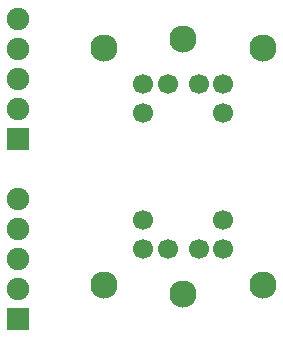
<source format=gbr>
G04 DipTrace 3.3.1.1*
G04 BottomMask.gbr*
%MOMM*%
G04 #@! TF.FileFunction,Soldermask,Bot*
G04 #@! TF.Part,Single*
%ADD17C,1.7*%
%ADD20C,2.3*%
%ADD27C,1.9*%
%ADD28R,1.9X1.9*%
%FSLAX35Y35*%
G04*
G71*
G90*
G75*
G01*
G04 BotMask*
%LPD*%
D28*
X300000Y1702000D3*
D27*
Y1956000D3*
Y2210000D3*
Y2464000D3*
Y2718000D3*
D28*
Y182000D3*
D27*
Y436000D3*
Y690000D3*
Y944000D3*
Y1198000D3*
D17*
X1570000Y2170000D3*
X1830000D3*
X1360000D3*
X2040000D3*
Y1920000D3*
X1360000D3*
D20*
X2375000Y2470000D3*
X1025000D3*
X1700000Y2550000D3*
D17*
X1830000Y770000D3*
X1570000D3*
X2040000D3*
X1360000D3*
Y1020000D3*
X2040000D3*
D20*
X1025000Y470000D3*
X2375000D3*
X1700000Y390000D3*
M02*

</source>
